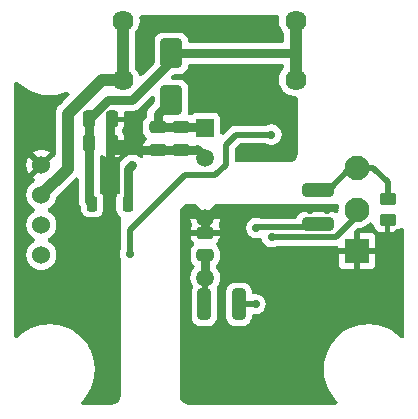
<source format=gbl>
G04 #@! TF.GenerationSoftware,KiCad,Pcbnew,8.0.7*
G04 #@! TF.CreationDate,2025-01-24T14:26:26+01:00*
G04 #@! TF.ProjectId,STM32F4_GateSignalGenerator_GateDriver,53544d33-3246-4345-9f47-617465536967,rev?*
G04 #@! TF.SameCoordinates,Original*
G04 #@! TF.FileFunction,Copper,L2,Bot*
G04 #@! TF.FilePolarity,Positive*
%FSLAX46Y46*%
G04 Gerber Fmt 4.6, Leading zero omitted, Abs format (unit mm)*
G04 Created by KiCad (PCBNEW 8.0.7) date 2025-01-24 14:26:26*
%MOMM*%
%LPD*%
G01*
G04 APERTURE LIST*
G04 Aperture macros list*
%AMRoundRect*
0 Rectangle with rounded corners*
0 $1 Rounding radius*
0 $2 $3 $4 $5 $6 $7 $8 $9 X,Y pos of 4 corners*
0 Add a 4 corners polygon primitive as box body*
4,1,4,$2,$3,$4,$5,$6,$7,$8,$9,$2,$3,0*
0 Add four circle primitives for the rounded corners*
1,1,$1+$1,$2,$3*
1,1,$1+$1,$4,$5*
1,1,$1+$1,$6,$7*
1,1,$1+$1,$8,$9*
0 Add four rect primitives between the rounded corners*
20,1,$1+$1,$2,$3,$4,$5,0*
20,1,$1+$1,$4,$5,$6,$7,0*
20,1,$1+$1,$6,$7,$8,$9,0*
20,1,$1+$1,$8,$9,$2,$3,0*%
%AMFreePoly0*
4,1,9,3.862500,-0.866500,0.737500,-0.866500,0.737500,-0.450000,-0.737500,-0.450000,-0.737500,0.450000,0.737500,0.450000,0.737500,0.866500,3.862500,0.866500,3.862500,-0.866500,3.862500,-0.866500,$1*%
G04 Aperture macros list end*
G04 #@! TA.AperFunction,ComponentPad*
%ADD10C,1.785000*%
G04 #@! TD*
G04 #@! TA.AperFunction,ComponentPad*
%ADD11R,1.500000X1.500000*%
G04 #@! TD*
G04 #@! TA.AperFunction,ComponentPad*
%ADD12C,1.500000*%
G04 #@! TD*
G04 #@! TA.AperFunction,ComponentPad*
%ADD13C,1.524000*%
G04 #@! TD*
G04 #@! TA.AperFunction,ComponentPad*
%ADD14R,2.100000X2.100000*%
G04 #@! TD*
G04 #@! TA.AperFunction,ComponentPad*
%ADD15C,2.100000*%
G04 #@! TD*
G04 #@! TA.AperFunction,SMDPad,CuDef*
%ADD16RoundRect,0.250000X1.075000X-0.312500X1.075000X0.312500X-1.075000X0.312500X-1.075000X-0.312500X0*%
G04 #@! TD*
G04 #@! TA.AperFunction,SMDPad,CuDef*
%ADD17RoundRect,0.250000X-0.475000X0.250000X-0.475000X-0.250000X0.475000X-0.250000X0.475000X0.250000X0*%
G04 #@! TD*
G04 #@! TA.AperFunction,SMDPad,CuDef*
%ADD18RoundRect,0.250000X-0.450000X0.262500X-0.450000X-0.262500X0.450000X-0.262500X0.450000X0.262500X0*%
G04 #@! TD*
G04 #@! TA.AperFunction,SMDPad,CuDef*
%ADD19RoundRect,0.250000X0.475000X-0.250000X0.475000X0.250000X-0.475000X0.250000X-0.475000X-0.250000X0*%
G04 #@! TD*
G04 #@! TA.AperFunction,SMDPad,CuDef*
%ADD20RoundRect,0.250000X0.650000X-1.000000X0.650000X1.000000X-0.650000X1.000000X-0.650000X-1.000000X0*%
G04 #@! TD*
G04 #@! TA.AperFunction,SMDPad,CuDef*
%ADD21RoundRect,0.250000X-0.250000X-0.475000X0.250000X-0.475000X0.250000X0.475000X-0.250000X0.475000X0*%
G04 #@! TD*
G04 #@! TA.AperFunction,SMDPad,CuDef*
%ADD22RoundRect,0.250000X0.312500X1.075000X-0.312500X1.075000X-0.312500X-1.075000X0.312500X-1.075000X0*%
G04 #@! TD*
G04 #@! TA.AperFunction,SMDPad,CuDef*
%ADD23RoundRect,0.225000X0.225000X-0.425000X0.225000X0.425000X-0.225000X0.425000X-0.225000X-0.425000X0*%
G04 #@! TD*
G04 #@! TA.AperFunction,SMDPad,CuDef*
%ADD24FreePoly0,90.000000*%
G04 #@! TD*
G04 #@! TA.AperFunction,ViaPad*
%ADD25C,0.700000*%
G04 #@! TD*
G04 #@! TA.AperFunction,Conductor*
%ADD26C,0.750000*%
G04 #@! TD*
G04 #@! TA.AperFunction,Conductor*
%ADD27C,1.000000*%
G04 #@! TD*
G04 #@! TA.AperFunction,Conductor*
%ADD28C,0.500000*%
G04 #@! TD*
G04 APERTURE END LIST*
D10*
X127700000Y-99000000D03*
X127700000Y-94000000D03*
D11*
X134659700Y-103062500D03*
D12*
X134659700Y-105602500D03*
X134659700Y-110682500D03*
X134659700Y-115762500D03*
D10*
X142300000Y-99000000D03*
X142300000Y-94000000D03*
D13*
X120775000Y-113830000D03*
X120775000Y-111290000D03*
X120775000Y-108750000D03*
X120775000Y-106210000D03*
D14*
X147500000Y-113500000D03*
D15*
X147500000Y-110000000D03*
X147500000Y-106500000D03*
D16*
X144230000Y-111232500D03*
X144230000Y-108307500D03*
D17*
X130627800Y-103038600D03*
X130627800Y-104938600D03*
D18*
X150090000Y-109057500D03*
X150090000Y-110882500D03*
D19*
X134660000Y-113850000D03*
X134660000Y-111950000D03*
D20*
X131800000Y-100750000D03*
X131800000Y-96750000D03*
D21*
X124840000Y-104320000D03*
X126740000Y-104320000D03*
D19*
X132580000Y-104930000D03*
X132580000Y-103030000D03*
D21*
X124850000Y-102360000D03*
X126750000Y-102360000D03*
D22*
X137512500Y-118000000D03*
X134587500Y-118000000D03*
D23*
X128092500Y-109500000D03*
D24*
X126592500Y-109412500D03*
D23*
X125092500Y-109500000D03*
D25*
X133000000Y-116000000D03*
X145000000Y-126000000D03*
X139000000Y-126000000D03*
X147671896Y-119200000D03*
X136500000Y-110500000D03*
X145065352Y-120704889D03*
X133000000Y-121000000D03*
X140500000Y-115500000D03*
X149500000Y-113500000D03*
X141000000Y-118000000D03*
X133000000Y-125000000D03*
X146235948Y-119722642D03*
X141000000Y-126000000D03*
X133000000Y-120000000D03*
X151000000Y-117000000D03*
X151000000Y-120000000D03*
X133000000Y-115000000D03*
X133000000Y-123000000D03*
X136000000Y-126000000D03*
X144000000Y-126000000D03*
X151000000Y-114000000D03*
X133000000Y-124000000D03*
X151000000Y-116000000D03*
X143500000Y-113500000D03*
X133000000Y-117000000D03*
X145500000Y-113500000D03*
X137000000Y-126000000D03*
X143500000Y-110000000D03*
X144035948Y-123533154D03*
X151000000Y-119000000D03*
X133000000Y-118000000D03*
X140000000Y-126000000D03*
X133000000Y-112000000D03*
X144301300Y-122028265D03*
X143000000Y-126000000D03*
X138000000Y-126000000D03*
X151000000Y-115000000D03*
X133000000Y-110500000D03*
X133000000Y-122000000D03*
X151000000Y-112000000D03*
X133000000Y-114000000D03*
X144301300Y-125038043D03*
X145500000Y-115500000D03*
X151000000Y-113000000D03*
X133000000Y-113000000D03*
X145000000Y-110000000D03*
X135000000Y-126000000D03*
X133000000Y-119000000D03*
X151000000Y-118000000D03*
X142000000Y-126000000D03*
X134000000Y-126000000D03*
X149200000Y-119200000D03*
X145500000Y-118000000D03*
X133000000Y-126000000D03*
X136500000Y-114000000D03*
X137000000Y-99500000D03*
X119000000Y-101000000D03*
X127000000Y-125000000D03*
X119000000Y-109000000D03*
X119000000Y-103000000D03*
X124870596Y-120682247D03*
X119000000Y-113000000D03*
X127000000Y-120000000D03*
X136800000Y-102300000D03*
X127000000Y-117000000D03*
X119000000Y-100000000D03*
X139000000Y-94000000D03*
X119000000Y-115000000D03*
X132000000Y-94000000D03*
X120735948Y-119177358D03*
X120735948Y-100833154D03*
X127000000Y-118000000D03*
X125900000Y-123510512D03*
X119000000Y-111000000D03*
X134000000Y-94000000D03*
X119000000Y-118000000D03*
X119000000Y-102000000D03*
X125634648Y-125015401D03*
X125000000Y-126000000D03*
X119000000Y-105000000D03*
X136000000Y-94000000D03*
X119000000Y-107000000D03*
X127000000Y-119000000D03*
X119000000Y-104000000D03*
X138000000Y-94000000D03*
X119000000Y-117000000D03*
X119000000Y-108000000D03*
X127000000Y-123000000D03*
X122264052Y-100833154D03*
X119000000Y-116000000D03*
X137000000Y-94000000D03*
X138500000Y-99500000D03*
X127000000Y-124000000D03*
X131000000Y-94000000D03*
X135500000Y-99500000D03*
X119000000Y-110000000D03*
X140000000Y-94000000D03*
X126000000Y-126000000D03*
X134000000Y-99500000D03*
X119000000Y-114000000D03*
X135000000Y-94000000D03*
X125634648Y-122005623D03*
X137900000Y-102300000D03*
X123700000Y-119700000D03*
X119000000Y-112000000D03*
X119000000Y-106000000D03*
X127000000Y-122000000D03*
X119000000Y-120000000D03*
X119000000Y-119000000D03*
X133000000Y-94000000D03*
X122000000Y-110000000D03*
X142000000Y-101000000D03*
X127000000Y-116000000D03*
X122000000Y-115000000D03*
X127000000Y-126000000D03*
X127000000Y-115000000D03*
X127000000Y-121000000D03*
X122264052Y-119177358D03*
X128480000Y-106200000D03*
X140270000Y-112300000D03*
X138995000Y-111535000D03*
X138920000Y-118000000D03*
X140260000Y-103640000D03*
X128280000Y-113710000D03*
D26*
X124840000Y-109247500D02*
X125092500Y-109500000D01*
D27*
X142300000Y-96800000D02*
X142300000Y-98700000D01*
D26*
X124850000Y-102360000D02*
X124850000Y-104310000D01*
X131800000Y-96750000D02*
X142250000Y-96750000D01*
D27*
X142300000Y-93700000D02*
X142300000Y-96800000D01*
D26*
X124840000Y-104320000D02*
X124840000Y-109247500D01*
X124850000Y-104310000D02*
X124840000Y-104320000D01*
X131800000Y-97420000D02*
X128470000Y-100750000D01*
X131800000Y-97370000D02*
X131800000Y-96750000D01*
X131800000Y-96750000D02*
X131800000Y-97420000D01*
X126460000Y-100750000D02*
X124850000Y-102360000D01*
X142250000Y-96750000D02*
X142300000Y-96800000D01*
X128470000Y-100750000D02*
X126460000Y-100750000D01*
X136369900Y-110369900D02*
X134659700Y-110369900D01*
X134660000Y-110370200D02*
X134659700Y-110369900D01*
X133000000Y-110500000D02*
X133130100Y-110369900D01*
X134660000Y-111950000D02*
X134660000Y-110370200D01*
X136500000Y-110500000D02*
X136369900Y-110369900D01*
X134659700Y-110369900D02*
X133130100Y-110369900D01*
D28*
X134659700Y-117927800D02*
X134587500Y-118000000D01*
X134659700Y-115762500D02*
X134659700Y-117927800D01*
D26*
X134660000Y-115762200D02*
X134659700Y-115762500D01*
X134660000Y-113850000D02*
X134660000Y-115762200D01*
X132580000Y-104930000D02*
X133987200Y-104930000D01*
X130627800Y-104938600D02*
X132571400Y-104938600D01*
X132571400Y-104938600D02*
X132580000Y-104930000D01*
X134659700Y-105602500D02*
X133957200Y-104900000D01*
X130627800Y-104938600D02*
X126631400Y-104938600D01*
X126631400Y-104938600D02*
X126630000Y-104940000D01*
X126592500Y-102517500D02*
X126750000Y-102360000D01*
X126592500Y-109412500D02*
X126592500Y-102517500D01*
X128092500Y-106587500D02*
X128480000Y-106200000D01*
D28*
X128430000Y-106250000D02*
X128480000Y-106200000D01*
D26*
X128092500Y-109500000D02*
X128092500Y-106587500D01*
D28*
X147500000Y-110500000D02*
X147500000Y-110000000D01*
X140270000Y-112300000D02*
X145700000Y-112300000D01*
X145700000Y-112300000D02*
X147500000Y-110500000D01*
X144230000Y-111232500D02*
X143962500Y-111500000D01*
X139030000Y-111500000D02*
X138995000Y-111535000D01*
X143962500Y-111500000D02*
X139030000Y-111500000D01*
X145142500Y-108307500D02*
X146950000Y-106500000D01*
X150090000Y-107690000D02*
X150090000Y-109057500D01*
X148900000Y-106500000D02*
X150090000Y-107690000D01*
X147500000Y-106500000D02*
X148900000Y-106500000D01*
X144230000Y-108307500D02*
X145142500Y-108307500D01*
X146950000Y-106500000D02*
X147500000Y-106500000D01*
X137512500Y-118000000D02*
X138920000Y-118000000D01*
X136400000Y-104500000D02*
X137260000Y-103640000D01*
X135500000Y-107100000D02*
X136400000Y-106200000D01*
X137260000Y-103640000D02*
X140260000Y-103640000D01*
X136400000Y-106200000D02*
X136400000Y-104500000D01*
X132940000Y-107100000D02*
X135500000Y-107100000D01*
X128280000Y-113710000D02*
X128280000Y-111760000D01*
X128280000Y-111760000D02*
X132940000Y-107100000D01*
D27*
X125880000Y-99000000D02*
X123010000Y-101870000D01*
X127700000Y-99000000D02*
X125880000Y-99000000D01*
X127700000Y-94000000D02*
X127700000Y-99000000D01*
X123010000Y-101870000D02*
X123010000Y-106515000D01*
X123010000Y-106515000D02*
X120775000Y-108750000D01*
D26*
X130627800Y-101922200D02*
X131800000Y-100750000D01*
X134627200Y-103030000D02*
X134659700Y-103062500D01*
X130627800Y-103038600D02*
X130627800Y-101922200D01*
X132580000Y-103030000D02*
X134627200Y-103030000D01*
X130627800Y-103038600D02*
X132571400Y-103038600D01*
X132571400Y-103038600D02*
X132580000Y-103030000D01*
G04 #@! TA.AperFunction,Conductor*
G36*
X133871697Y-109538006D02*
G01*
X133892205Y-109566232D01*
X133894596Y-109563842D01*
X134527016Y-110196262D01*
X134376473Y-110258620D01*
X134235820Y-110399273D01*
X134173463Y-110549816D01*
X133616715Y-109993068D01*
X133544749Y-110097331D01*
X133544749Y-110097332D01*
X133437110Y-110381153D01*
X133437108Y-110381158D01*
X133400519Y-110682500D01*
X133437108Y-110983841D01*
X133437110Y-110983846D01*
X133521526Y-111206434D01*
X133527468Y-111329279D01*
X133514238Y-111364399D01*
X133456240Y-111483037D01*
X133456239Y-111483038D01*
X133435000Y-111628824D01*
X133435000Y-111700000D01*
X135885000Y-111700000D01*
X135885000Y-111628824D01*
X135863760Y-111483041D01*
X135863759Y-111483037D01*
X135805423Y-111363710D01*
X135788193Y-111241934D01*
X135798134Y-111205742D01*
X135882290Y-110983842D01*
X135882291Y-110983841D01*
X135918880Y-110682500D01*
X135882291Y-110381158D01*
X135882289Y-110381153D01*
X135774651Y-110097333D01*
X135774646Y-110097324D01*
X135702683Y-109993068D01*
X135145936Y-110549815D01*
X135083580Y-110399273D01*
X134942927Y-110258620D01*
X134792381Y-110196262D01*
X135424803Y-109563842D01*
X135428472Y-109567511D01*
X135475387Y-109521153D01*
X135564671Y-109500000D01*
X145773345Y-109500000D01*
X145890314Y-109538006D01*
X145962605Y-109637506D01*
X145971093Y-109721275D01*
X145958028Y-109837240D01*
X145939689Y-110000000D01*
X145946180Y-110057610D01*
X145921509Y-110178099D01*
X145830729Y-110261075D01*
X145708513Y-110274845D01*
X145661032Y-110258670D01*
X145522111Y-110190756D01*
X145522105Y-110190754D01*
X145413324Y-110174905D01*
X145376222Y-110169500D01*
X143083778Y-110169500D01*
X143050861Y-110174295D01*
X142937894Y-110190754D01*
X142937891Y-110190755D01*
X142712873Y-110300760D01*
X142712871Y-110300761D01*
X142535761Y-110477871D01*
X142535760Y-110477873D01*
X142457528Y-110637900D01*
X142372011Y-110726292D01*
X142278748Y-110749500D01*
X139374534Y-110749500D01*
X139284190Y-110727810D01*
X139261096Y-110716043D01*
X138995001Y-110673898D01*
X138994999Y-110673898D01*
X138728908Y-110716042D01*
X138728901Y-110716044D01*
X138488856Y-110838353D01*
X138298353Y-111028856D01*
X138176044Y-111268901D01*
X138176042Y-111268908D01*
X138133898Y-111534999D01*
X138133898Y-111535000D01*
X138176042Y-111801091D01*
X138176044Y-111801098D01*
X138298353Y-112041143D01*
X138488856Y-112231646D01*
X138728901Y-112353955D01*
X138728905Y-112353957D01*
X138894409Y-112380170D01*
X138994999Y-112396102D01*
X138995000Y-112396102D01*
X138995001Y-112396102D01*
X139112539Y-112377485D01*
X139217068Y-112360930D01*
X139338542Y-112380170D01*
X139425508Y-112467136D01*
X139444748Y-112526350D01*
X139451042Y-112566091D01*
X139451044Y-112566098D01*
X139573353Y-112806143D01*
X139763856Y-112996646D01*
X140003901Y-113118955D01*
X140003905Y-113118957D01*
X140203476Y-113150565D01*
X140269999Y-113161102D01*
X140270000Y-113161102D01*
X140270001Y-113161102D01*
X140323219Y-113152673D01*
X140536095Y-113118957D01*
X140627880Y-113072189D01*
X140718224Y-113050500D01*
X145751000Y-113050500D01*
X145867969Y-113088506D01*
X145940260Y-113188006D01*
X145950000Y-113249500D01*
X145950000Y-113250000D01*
X146894057Y-113250000D01*
X146850000Y-113414426D01*
X146850000Y-113585574D01*
X146894057Y-113750000D01*
X145950000Y-113750000D01*
X145950000Y-114599247D01*
X145979010Y-114745090D01*
X145979010Y-114745091D01*
X146089519Y-114910479D01*
X146089520Y-114910480D01*
X146254908Y-115020989D01*
X146400753Y-115050000D01*
X147250000Y-115050000D01*
X147250000Y-114105942D01*
X147414426Y-114150000D01*
X147585574Y-114150000D01*
X147750000Y-114105942D01*
X147750000Y-115050000D01*
X148599247Y-115050000D01*
X148745090Y-115020989D01*
X148745091Y-115020989D01*
X148910479Y-114910480D01*
X148910480Y-114910479D01*
X149020989Y-114745091D01*
X149020989Y-114745090D01*
X149050000Y-114599247D01*
X149050000Y-113750000D01*
X148105943Y-113750000D01*
X148150000Y-113585574D01*
X148150000Y-113414426D01*
X148105943Y-113250000D01*
X149050000Y-113250000D01*
X149050000Y-112400752D01*
X149020989Y-112254909D01*
X149020989Y-112254908D01*
X148910480Y-112089520D01*
X148910479Y-112089519D01*
X148745091Y-111979010D01*
X148599247Y-111950000D01*
X147750000Y-111950000D01*
X147750000Y-112894057D01*
X147585574Y-112850000D01*
X147414426Y-112850000D01*
X147250000Y-112894057D01*
X147250000Y-111893794D01*
X147288006Y-111776825D01*
X147308278Y-111753087D01*
X147451954Y-111609411D01*
X147561534Y-111553578D01*
X147570354Y-111552383D01*
X147847202Y-111521191D01*
X148176994Y-111405792D01*
X148472838Y-111219900D01*
X148556970Y-111135768D01*
X148666553Y-111079931D01*
X148788028Y-111099170D01*
X148874995Y-111186136D01*
X148894606Y-111247791D01*
X148911239Y-111361957D01*
X149021175Y-111586834D01*
X149198165Y-111763824D01*
X149423042Y-111873760D01*
X149568824Y-111895000D01*
X149840000Y-111895000D01*
X149840000Y-111081500D01*
X149878006Y-110964531D01*
X149977506Y-110892240D01*
X150039000Y-110882500D01*
X150141000Y-110882500D01*
X150257969Y-110920506D01*
X150330260Y-111020006D01*
X150340000Y-111081500D01*
X150340000Y-111895000D01*
X150611176Y-111895000D01*
X150756957Y-111873760D01*
X150981834Y-111763824D01*
X151160286Y-111585373D01*
X151269870Y-111529537D01*
X151391344Y-111548777D01*
X151478310Y-111635743D01*
X151500000Y-111726087D01*
X151500000Y-120659252D01*
X151461994Y-120776221D01*
X151362494Y-120848512D01*
X151239506Y-120848512D01*
X151160286Y-120799966D01*
X150988477Y-120628157D01*
X150988473Y-120628154D01*
X150988471Y-120628152D01*
X150842173Y-120518635D01*
X150554435Y-120303236D01*
X150078579Y-120043399D01*
X150078575Y-120043397D01*
X149570590Y-119853929D01*
X149570588Y-119853928D01*
X149570584Y-119853927D01*
X149188085Y-119770719D01*
X149040797Y-119738679D01*
X148500000Y-119700000D01*
X147959202Y-119738679D01*
X147664624Y-119802760D01*
X147429416Y-119853927D01*
X147429413Y-119853927D01*
X147429413Y-119853928D01*
X147429409Y-119853929D01*
X146921424Y-120043397D01*
X146921420Y-120043399D01*
X146445564Y-120303236D01*
X146011522Y-120628157D01*
X145628157Y-121011522D01*
X145303236Y-121445564D01*
X145043399Y-121921420D01*
X145043397Y-121921424D01*
X144853929Y-122429409D01*
X144853927Y-122429413D01*
X144853927Y-122429416D01*
X144738679Y-122959204D01*
X144700000Y-123500000D01*
X144738679Y-124040796D01*
X144853927Y-124570584D01*
X144853928Y-124570586D01*
X144853929Y-124570590D01*
X145043397Y-125078575D01*
X145043399Y-125078579D01*
X145303236Y-125554435D01*
X145461213Y-125765467D01*
X145628152Y-125988471D01*
X145628154Y-125988473D01*
X145628157Y-125988477D01*
X145799966Y-126160286D01*
X145855802Y-126269870D01*
X145836562Y-126391344D01*
X145749596Y-126478310D01*
X145659252Y-126500000D01*
X133265662Y-126500000D01*
X133234531Y-126497550D01*
X133049365Y-126468222D01*
X132990152Y-126448982D01*
X132837243Y-126371071D01*
X132786873Y-126334475D01*
X132665524Y-126213126D01*
X132628928Y-126162756D01*
X132551016Y-126009844D01*
X132531777Y-125950633D01*
X132502450Y-125765467D01*
X132500000Y-125734337D01*
X132500000Y-115762499D01*
X133400015Y-115762499D01*
X133400015Y-115762500D01*
X133436619Y-116063963D01*
X133436619Y-116063965D01*
X133544301Y-116347900D01*
X133544303Y-116347902D01*
X133544304Y-116347905D01*
X133582027Y-116402556D01*
X133617195Y-116520410D01*
X133597033Y-116603000D01*
X133545755Y-116707892D01*
X133524500Y-116853779D01*
X133524500Y-119146220D01*
X133545754Y-119292105D01*
X133545755Y-119292108D01*
X133655760Y-119517126D01*
X133655761Y-119517128D01*
X133832872Y-119694239D01*
X133923776Y-119738679D01*
X134057891Y-119804244D01*
X134057894Y-119804245D01*
X134203778Y-119825500D01*
X134203780Y-119825500D01*
X134971220Y-119825500D01*
X134971222Y-119825500D01*
X135117106Y-119804245D01*
X135342128Y-119694239D01*
X135519239Y-119517128D01*
X135629245Y-119292106D01*
X135650500Y-119146222D01*
X135650500Y-116853779D01*
X136449500Y-116853779D01*
X136449500Y-119146220D01*
X136470754Y-119292105D01*
X136470755Y-119292108D01*
X136580760Y-119517126D01*
X136580761Y-119517128D01*
X136757872Y-119694239D01*
X136848776Y-119738679D01*
X136982891Y-119804244D01*
X136982894Y-119804245D01*
X137128778Y-119825500D01*
X137128780Y-119825500D01*
X137896220Y-119825500D01*
X137896222Y-119825500D01*
X138042106Y-119804245D01*
X138267128Y-119694239D01*
X138444239Y-119517128D01*
X138554245Y-119292106D01*
X138575500Y-119146222D01*
X138575500Y-119039537D01*
X138613506Y-118922568D01*
X138713006Y-118850277D01*
X138805627Y-118842987D01*
X138920000Y-118861102D01*
X139186095Y-118818957D01*
X139426143Y-118696646D01*
X139616646Y-118506143D01*
X139738957Y-118266095D01*
X139781102Y-118000000D01*
X139738957Y-117733905D01*
X139738955Y-117733901D01*
X139616646Y-117493856D01*
X139426143Y-117303353D01*
X139186098Y-117181044D01*
X139186095Y-117181043D01*
X139186093Y-117181042D01*
X139186091Y-117181042D01*
X138920001Y-117138898D01*
X138919999Y-117138898D01*
X138805630Y-117157012D01*
X138684155Y-117137772D01*
X138597189Y-117050806D01*
X138575500Y-116960462D01*
X138575500Y-116853779D01*
X138554245Y-116707894D01*
X138554244Y-116707891D01*
X138444239Y-116482873D01*
X138444238Y-116482871D01*
X138267128Y-116305761D01*
X138267126Y-116305760D01*
X138042108Y-116195755D01*
X138042105Y-116195754D01*
X137933324Y-116179905D01*
X137896222Y-116174500D01*
X137128778Y-116174500D01*
X137095861Y-116179295D01*
X136982894Y-116195754D01*
X136982891Y-116195755D01*
X136757873Y-116305760D01*
X136757871Y-116305761D01*
X136580761Y-116482871D01*
X136580760Y-116482873D01*
X136470755Y-116707891D01*
X136470754Y-116707894D01*
X136449500Y-116853779D01*
X135650500Y-116853779D01*
X135650500Y-116853778D01*
X135629245Y-116707894D01*
X135629241Y-116707887D01*
X135626029Y-116697490D01*
X135627802Y-116574514D01*
X135652383Y-116525685D01*
X135681935Y-116482872D01*
X135775096Y-116347905D01*
X135791079Y-116305761D01*
X135882780Y-116063965D01*
X135882780Y-116063964D01*
X135882781Y-116063962D01*
X135919385Y-115762500D01*
X135882781Y-115461038D01*
X135882780Y-115461035D01*
X135882780Y-115461034D01*
X135775098Y-115177099D01*
X135775097Y-115177097D01*
X135775096Y-115177095D01*
X135602588Y-114927174D01*
X135602587Y-114927173D01*
X135601487Y-114925579D01*
X135566319Y-114807725D01*
X135607140Y-114691709D01*
X135624547Y-114671820D01*
X135624902Y-114671465D01*
X135754239Y-114542128D01*
X135864245Y-114317106D01*
X135885500Y-114171222D01*
X135885500Y-113528778D01*
X135864245Y-113382894D01*
X135754239Y-113157872D01*
X135636727Y-113040360D01*
X135580891Y-112930776D01*
X135600131Y-112809302D01*
X135636727Y-112758932D01*
X135753824Y-112641834D01*
X135863760Y-112416957D01*
X135885000Y-112271175D01*
X135885000Y-112200000D01*
X133435000Y-112200000D01*
X133435000Y-112271175D01*
X133456239Y-112416957D01*
X133566175Y-112641834D01*
X133683272Y-112758931D01*
X133739108Y-112868515D01*
X133719868Y-112989989D01*
X133683273Y-113040358D01*
X133565761Y-113157870D01*
X133565760Y-113157873D01*
X133455755Y-113382891D01*
X133455754Y-113382894D01*
X133434500Y-113528779D01*
X133434500Y-114171220D01*
X133455754Y-114317105D01*
X133455755Y-114317108D01*
X133565759Y-114542125D01*
X133565760Y-114542126D01*
X133565761Y-114542128D01*
X133695098Y-114671465D01*
X133750933Y-114781049D01*
X133731693Y-114902524D01*
X133718157Y-114925223D01*
X133544306Y-115177090D01*
X133544301Y-115177099D01*
X133436619Y-115461034D01*
X133436619Y-115461036D01*
X133400015Y-115762499D01*
X132500000Y-115762499D01*
X132500000Y-110265662D01*
X132502450Y-110234532D01*
X132509383Y-110190756D01*
X132531778Y-110049362D01*
X132551015Y-109990157D01*
X132628929Y-109837240D01*
X132665521Y-109786876D01*
X132786876Y-109665521D01*
X132837240Y-109628929D01*
X132990157Y-109551015D01*
X133049362Y-109531778D01*
X133211383Y-109506116D01*
X133234532Y-109502450D01*
X133265662Y-109500000D01*
X133754728Y-109500000D01*
X133871697Y-109538006D01*
G37*
G04 #@! TD.AperFunction*
G04 #@! TA.AperFunction,Conductor*
G36*
X118839714Y-99200034D02*
G01*
X119011522Y-99371842D01*
X119011525Y-99371844D01*
X119011529Y-99371848D01*
X119226657Y-99532891D01*
X119445564Y-99696763D01*
X119731756Y-99853035D01*
X119921423Y-99956602D01*
X120429416Y-100146073D01*
X120959204Y-100261321D01*
X121500000Y-100300000D01*
X122040796Y-100261321D01*
X122570584Y-100146073D01*
X122907096Y-100020560D01*
X123029968Y-100015294D01*
X123132473Y-100083257D01*
X123175453Y-100198491D01*
X123142492Y-100316981D01*
X123117350Y-100347728D01*
X122209398Y-101255680D01*
X122077683Y-101483819D01*
X122070903Y-101509125D01*
X122070902Y-101509127D01*
X122009501Y-101738276D01*
X122009500Y-101738284D01*
X122009500Y-105310659D01*
X121971494Y-105427628D01*
X121871994Y-105499919D01*
X121834415Y-105504136D01*
X121267359Y-106071193D01*
X121205661Y-105922241D01*
X121062759Y-105779339D01*
X120913806Y-105717640D01*
X121477826Y-105153618D01*
X121225794Y-105021341D01*
X120928237Y-104948000D01*
X120621762Y-104948000D01*
X120324205Y-105021341D01*
X120324204Y-105021341D01*
X120072172Y-105153618D01*
X120636194Y-105717640D01*
X120487241Y-105779339D01*
X120344339Y-105922241D01*
X120282640Y-106071194D01*
X119723388Y-105511942D01*
X119649349Y-105619207D01*
X119649344Y-105619216D01*
X119540672Y-105905761D01*
X119540672Y-105905763D01*
X119503731Y-106210000D01*
X119540672Y-106514236D01*
X119540672Y-106514238D01*
X119649345Y-106800785D01*
X119649347Y-106800789D01*
X119723388Y-106908055D01*
X120282640Y-106348805D01*
X120344339Y-106497759D01*
X120487241Y-106640661D01*
X120636193Y-106702359D01*
X120072172Y-107266379D01*
X120072172Y-107266382D01*
X120142917Y-107303512D01*
X120228826Y-107391522D01*
X120246596Y-107513221D01*
X120189440Y-107622122D01*
X120142918Y-107655922D01*
X120052554Y-107703348D01*
X120052550Y-107703351D01*
X119823065Y-107906657D01*
X119648899Y-108158980D01*
X119540182Y-108445643D01*
X119503227Y-108749999D01*
X119503227Y-108750000D01*
X119540182Y-109054356D01*
X119648899Y-109341019D01*
X119648900Y-109341021D01*
X119648901Y-109341022D01*
X119823064Y-109593341D01*
X120052551Y-109796649D01*
X120120536Y-109832330D01*
X120142379Y-109843794D01*
X120228288Y-109931805D01*
X120246059Y-110053503D01*
X120188903Y-110162404D01*
X120142379Y-110196206D01*
X120052551Y-110243351D01*
X120052550Y-110243351D01*
X119823065Y-110446657D01*
X119648899Y-110698980D01*
X119540182Y-110985643D01*
X119503227Y-111289999D01*
X119503227Y-111290000D01*
X119540182Y-111594356D01*
X119648899Y-111881019D01*
X119648900Y-111881021D01*
X119648901Y-111881022D01*
X119823064Y-112133341D01*
X120052551Y-112336649D01*
X120085529Y-112353957D01*
X120142379Y-112383794D01*
X120228288Y-112471805D01*
X120246059Y-112593503D01*
X120188903Y-112702404D01*
X120142379Y-112736206D01*
X120052551Y-112783351D01*
X120052550Y-112783351D01*
X119823065Y-112986657D01*
X119648899Y-113238980D01*
X119540182Y-113525643D01*
X119503227Y-113829999D01*
X119503227Y-113830000D01*
X119540182Y-114134356D01*
X119648899Y-114421019D01*
X119648900Y-114421021D01*
X119648901Y-114421022D01*
X119732494Y-114542128D01*
X119823065Y-114673342D01*
X119897842Y-114739589D01*
X120052551Y-114876649D01*
X120148819Y-114927174D01*
X120324025Y-115019129D01*
X120520655Y-115067593D01*
X120621705Y-115092500D01*
X120621706Y-115092500D01*
X120928294Y-115092500D01*
X120928295Y-115092500D01*
X121225973Y-115019129D01*
X121225974Y-115019129D01*
X121225974Y-115019128D01*
X121225977Y-115019128D01*
X121497449Y-114876649D01*
X121726936Y-114673341D01*
X121901099Y-114421022D01*
X122009818Y-114134355D01*
X122046773Y-113830000D01*
X122009818Y-113525645D01*
X121901099Y-113238978D01*
X121726936Y-112986659D01*
X121497449Y-112783351D01*
X121407620Y-112736205D01*
X121321711Y-112648196D01*
X121303940Y-112526498D01*
X121361096Y-112417597D01*
X121407621Y-112383794D01*
X121497449Y-112336649D01*
X121726936Y-112133341D01*
X121901099Y-111881022D01*
X122009818Y-111594355D01*
X122046773Y-111290000D01*
X122009818Y-110985645D01*
X121901099Y-110698978D01*
X121726936Y-110446659D01*
X121497449Y-110243351D01*
X121407620Y-110196205D01*
X121321711Y-110108196D01*
X121303940Y-109986498D01*
X121361096Y-109877597D01*
X121407621Y-109843794D01*
X121429460Y-109832332D01*
X121497449Y-109796649D01*
X121726936Y-109593341D01*
X121901099Y-109341022D01*
X122009818Y-109054355D01*
X122018712Y-108981101D01*
X122070536Y-108869567D01*
X122075518Y-108864401D01*
X123624787Y-107315133D01*
X123734370Y-107259298D01*
X123855844Y-107278538D01*
X123942810Y-107365504D01*
X123964500Y-107455848D01*
X123964500Y-109120026D01*
X123964499Y-109120044D01*
X123964499Y-109362764D01*
X124002525Y-109504674D01*
X124024164Y-109585430D01*
X124024165Y-109585434D01*
X124115339Y-109743352D01*
X124142000Y-109842851D01*
X124142000Y-109993853D01*
X124162545Y-110134871D01*
X124162546Y-110134875D01*
X124189864Y-110190755D01*
X124268888Y-110352401D01*
X124440099Y-110523612D01*
X124657626Y-110629954D01*
X124657625Y-110629954D01*
X124675558Y-110632566D01*
X124798645Y-110650500D01*
X125386354Y-110650499D01*
X125527374Y-110629954D01*
X125744901Y-110523612D01*
X125916112Y-110352401D01*
X126022454Y-110134874D01*
X126043000Y-109993855D01*
X126042999Y-109006146D01*
X126022454Y-108865126D01*
X125916112Y-108647599D01*
X125773786Y-108505273D01*
X125717950Y-108395689D01*
X125715500Y-108364559D01*
X125715500Y-105561587D01*
X125753506Y-105444618D01*
X125853006Y-105372327D01*
X125975994Y-105372327D01*
X126032719Y-105407088D01*
X126034749Y-105404245D01*
X126048165Y-105413824D01*
X126273042Y-105523760D01*
X126418824Y-105545000D01*
X126490000Y-105545000D01*
X126990000Y-105545000D01*
X127061176Y-105545000D01*
X127206957Y-105523760D01*
X127431834Y-105413824D01*
X127608824Y-105236834D01*
X127718760Y-105011957D01*
X127740000Y-104866175D01*
X127740000Y-104570000D01*
X126990000Y-104570000D01*
X126990000Y-105545000D01*
X126490000Y-105545000D01*
X126490000Y-103733348D01*
X126990000Y-103733348D01*
X126990000Y-104070000D01*
X127740000Y-104070000D01*
X127740000Y-103773824D01*
X127718760Y-103628042D01*
X127625672Y-103437628D01*
X127608443Y-103315852D01*
X127625673Y-103262826D01*
X127728759Y-103051962D01*
X127728760Y-103051958D01*
X127750000Y-102906175D01*
X127750000Y-102610000D01*
X127000000Y-102610000D01*
X127000000Y-103702572D01*
X126990000Y-103733348D01*
X126490000Y-103733348D01*
X126490000Y-102977428D01*
X126500000Y-102946651D01*
X126500000Y-102559000D01*
X126538006Y-102442031D01*
X126637506Y-102369740D01*
X126699000Y-102360000D01*
X126750000Y-102360000D01*
X126750000Y-102309000D01*
X126788006Y-102192031D01*
X126887506Y-102119740D01*
X126949000Y-102110000D01*
X127750000Y-102110000D01*
X127750000Y-101824500D01*
X127788006Y-101707531D01*
X127887506Y-101635240D01*
X127949000Y-101625500D01*
X128342527Y-101625500D01*
X128342543Y-101625501D01*
X128354738Y-101625501D01*
X128585260Y-101625501D01*
X128585262Y-101625501D01*
X128760874Y-101578444D01*
X128807931Y-101565836D01*
X129007570Y-101450575D01*
X129170575Y-101287570D01*
X129170575Y-101287568D01*
X129186954Y-101271190D01*
X129186957Y-101271185D01*
X130059787Y-100398356D01*
X130169370Y-100342521D01*
X130290844Y-100361761D01*
X130377810Y-100448727D01*
X130399500Y-100539071D01*
X130399500Y-100829927D01*
X130361494Y-100946896D01*
X130341214Y-100970641D01*
X129927225Y-101384629D01*
X129927224Y-101384631D01*
X129811964Y-101584267D01*
X129810535Y-101589602D01*
X129810534Y-101589606D01*
X129752299Y-101806934D01*
X129752299Y-102045305D01*
X129714293Y-102162274D01*
X129694014Y-102186019D01*
X129533559Y-102346474D01*
X129423555Y-102571491D01*
X129423554Y-102571494D01*
X129402300Y-102717379D01*
X129402300Y-103359820D01*
X129423554Y-103505705D01*
X129423555Y-103505708D01*
X129533560Y-103730726D01*
X129533561Y-103730728D01*
X129651072Y-103848239D01*
X129706908Y-103957823D01*
X129687668Y-104079297D01*
X129651073Y-104129666D01*
X129533976Y-104246764D01*
X129533975Y-104246765D01*
X129424039Y-104471642D01*
X129402800Y-104617424D01*
X129402800Y-104688600D01*
X131192828Y-104688600D01*
X131204898Y-104682450D01*
X131236028Y-104680000D01*
X132381000Y-104680000D01*
X132497969Y-104718006D01*
X132570260Y-104817506D01*
X132580000Y-104879000D01*
X132580000Y-104981000D01*
X132541994Y-105097969D01*
X132442494Y-105170260D01*
X132381000Y-105180000D01*
X132014972Y-105180000D01*
X132002902Y-105186150D01*
X131971772Y-105188600D01*
X129402800Y-105188600D01*
X129402800Y-105259775D01*
X129422896Y-105397712D01*
X129402151Y-105518939D01*
X129314112Y-105604820D01*
X129192408Y-105622551D01*
X129085261Y-105567116D01*
X129017567Y-105499422D01*
X128817933Y-105384164D01*
X128817928Y-105384162D01*
X128595262Y-105324499D01*
X128364738Y-105324499D01*
X128142071Y-105384162D01*
X128142067Y-105384164D01*
X127942429Y-105499426D01*
X127554932Y-105886923D01*
X127391925Y-106049929D01*
X127391924Y-106049931D01*
X127276664Y-106249566D01*
X127270241Y-106273541D01*
X127270240Y-106273543D01*
X127216999Y-106472234D01*
X127216999Y-106718797D01*
X127217000Y-106718810D01*
X127217000Y-108707698D01*
X127196780Y-108795097D01*
X127162546Y-108865124D01*
X127162545Y-108865125D01*
X127142000Y-109006145D01*
X127142000Y-109993853D01*
X127162545Y-110134871D01*
X127162546Y-110134875D01*
X127268887Y-110352399D01*
X127268888Y-110352401D01*
X127441714Y-110525227D01*
X127497550Y-110634811D01*
X127500000Y-110665941D01*
X127500000Y-113319670D01*
X127478311Y-113410012D01*
X127461044Y-113443901D01*
X127461043Y-113443904D01*
X127461043Y-113443905D01*
X127418898Y-113710000D01*
X127461043Y-113976095D01*
X127478310Y-114009984D01*
X127500000Y-114100327D01*
X127500000Y-125734337D01*
X127497550Y-125765468D01*
X127468222Y-125950634D01*
X127448982Y-126009847D01*
X127371071Y-126162756D01*
X127334475Y-126213126D01*
X127213126Y-126334475D01*
X127162756Y-126371071D01*
X127009847Y-126448982D01*
X126950634Y-126468222D01*
X126765469Y-126497550D01*
X126734338Y-126500000D01*
X124340748Y-126500000D01*
X124223779Y-126461994D01*
X124151488Y-126362494D01*
X124151488Y-126239506D01*
X124200034Y-126160286D01*
X124371842Y-125988477D01*
X124371848Y-125988471D01*
X124696763Y-125554435D01*
X124956602Y-125078577D01*
X125146073Y-124570584D01*
X125261321Y-124040796D01*
X125300000Y-123500000D01*
X125261321Y-122959204D01*
X125146073Y-122429416D01*
X124956602Y-121921423D01*
X124726487Y-121500000D01*
X124696763Y-121445564D01*
X124535517Y-121230165D01*
X124371848Y-121011529D01*
X124371844Y-121011525D01*
X124371842Y-121011522D01*
X123988477Y-120628157D01*
X123988473Y-120628154D01*
X123988471Y-120628152D01*
X123817280Y-120500000D01*
X123554435Y-120303236D01*
X123078579Y-120043399D01*
X123078575Y-120043397D01*
X122570590Y-119853929D01*
X122570588Y-119853928D01*
X122570584Y-119853927D01*
X122188085Y-119770719D01*
X122040797Y-119738679D01*
X121500000Y-119700000D01*
X120959202Y-119738679D01*
X120664624Y-119802760D01*
X120429416Y-119853927D01*
X120429413Y-119853927D01*
X120429413Y-119853928D01*
X120429409Y-119853929D01*
X119921424Y-120043397D01*
X119921420Y-120043399D01*
X119445564Y-120303236D01*
X119011522Y-120628157D01*
X118839714Y-120799966D01*
X118730130Y-120855802D01*
X118608656Y-120836562D01*
X118521690Y-120749596D01*
X118500000Y-120659252D01*
X118500000Y-99340748D01*
X118538006Y-99223779D01*
X118637506Y-99151488D01*
X118760494Y-99151488D01*
X118839714Y-99200034D01*
G37*
G04 #@! TD.AperFunction*
G04 #@! TA.AperFunction,Conductor*
G36*
X141217469Y-97663506D02*
G01*
X141289760Y-97763006D01*
X141299500Y-97824500D01*
X141299500Y-97937765D01*
X141261494Y-98054734D01*
X141249793Y-98069303D01*
X141057500Y-98347885D01*
X141057499Y-98347887D01*
X140937545Y-98664179D01*
X140937544Y-98664184D01*
X140937544Y-98664185D01*
X140896769Y-99000000D01*
X140923940Y-99223779D01*
X140937544Y-99335813D01*
X140937545Y-99335820D01*
X141057499Y-99652112D01*
X141057500Y-99652114D01*
X141249664Y-99930510D01*
X141249667Y-99930514D01*
X141345364Y-100015294D01*
X141502871Y-100154834D01*
X141502873Y-100154836D01*
X141586051Y-100198491D01*
X141802407Y-100312044D01*
X142130859Y-100393000D01*
X142130860Y-100393000D01*
X142301000Y-100393000D01*
X142417969Y-100431006D01*
X142490260Y-100530506D01*
X142500000Y-100592000D01*
X142500000Y-105234337D01*
X142497550Y-105265468D01*
X142468222Y-105450634D01*
X142448982Y-105509847D01*
X142371071Y-105662756D01*
X142334475Y-105713126D01*
X142213126Y-105834475D01*
X142162756Y-105871071D01*
X142009847Y-105948982D01*
X141950634Y-105968222D01*
X141765469Y-105997550D01*
X141734338Y-106000000D01*
X137349500Y-106000000D01*
X137232531Y-105961994D01*
X137160240Y-105862494D01*
X137150500Y-105801000D01*
X137150500Y-104893295D01*
X137188506Y-104776326D01*
X137208786Y-104752581D01*
X137512582Y-104448786D01*
X137622166Y-104392950D01*
X137653296Y-104390500D01*
X139811776Y-104390500D01*
X139902119Y-104412189D01*
X139993905Y-104458957D01*
X140193476Y-104490565D01*
X140259999Y-104501102D01*
X140260000Y-104501102D01*
X140260001Y-104501102D01*
X140313219Y-104492673D01*
X140526095Y-104458957D01*
X140766143Y-104336646D01*
X140956646Y-104146143D01*
X141078957Y-103906095D01*
X141121102Y-103640000D01*
X141078957Y-103373905D01*
X141071780Y-103359820D01*
X140956646Y-103133856D01*
X140766143Y-102943353D01*
X140526098Y-102821044D01*
X140526095Y-102821043D01*
X140526093Y-102821042D01*
X140526091Y-102821042D01*
X140260001Y-102778898D01*
X140259999Y-102778898D01*
X139993908Y-102821042D01*
X139993902Y-102821044D01*
X139902120Y-102867810D01*
X139811776Y-102889500D01*
X137161193Y-102889500D01*
X136970321Y-102940643D01*
X136970318Y-102940644D01*
X136799182Y-103039449D01*
X136249913Y-103588718D01*
X136140329Y-103644554D01*
X136018855Y-103625314D01*
X135931889Y-103538348D01*
X135910199Y-103448007D01*
X135910199Y-102263208D01*
X135910199Y-102263204D01*
X135910198Y-102263203D01*
X135896041Y-102192031D01*
X135881160Y-102117215D01*
X135770540Y-101951660D01*
X135715355Y-101914786D01*
X135604987Y-101841040D01*
X135521834Y-101824500D01*
X135458993Y-101812000D01*
X135458991Y-101812000D01*
X133860404Y-101812000D01*
X133860403Y-101812001D01*
X133714416Y-101841039D01*
X133548858Y-101951661D01*
X133540214Y-101960306D01*
X133430630Y-102016142D01*
X133309156Y-101996902D01*
X133222190Y-101909936D01*
X133200500Y-101819592D01*
X133200500Y-99678779D01*
X133179245Y-99532894D01*
X133179244Y-99532891D01*
X133069239Y-99307873D01*
X133069238Y-99307871D01*
X132892128Y-99130761D01*
X132892126Y-99130760D01*
X132667108Y-99020755D01*
X132667105Y-99020754D01*
X132558324Y-99004905D01*
X132521222Y-98999500D01*
X132521220Y-98999500D01*
X131939072Y-98999500D01*
X131822103Y-98961494D01*
X131749812Y-98861994D01*
X131749812Y-98739006D01*
X131798358Y-98659786D01*
X131899358Y-98558786D01*
X132008942Y-98502950D01*
X132040072Y-98500500D01*
X132521220Y-98500500D01*
X132521222Y-98500500D01*
X132667106Y-98479245D01*
X132892128Y-98369239D01*
X133069239Y-98192128D01*
X133179245Y-97967106D01*
X133200500Y-97821222D01*
X133200500Y-97821219D01*
X133200501Y-97821213D01*
X133201021Y-97814039D01*
X133203832Y-97814242D01*
X133238506Y-97707531D01*
X133338006Y-97635240D01*
X133399500Y-97625500D01*
X141100500Y-97625500D01*
X141217469Y-97663506D01*
G37*
G04 #@! TD.AperFunction*
G04 #@! TA.AperFunction,Conductor*
G36*
X140849824Y-93538006D02*
G01*
X140922115Y-93637506D01*
X140930404Y-93722986D01*
X140896769Y-93999998D01*
X140896769Y-94000000D01*
X140937544Y-94335813D01*
X140937545Y-94335820D01*
X141057499Y-94652112D01*
X141057501Y-94652114D01*
X141256505Y-94940421D01*
X141254481Y-94941817D01*
X141298571Y-95043024D01*
X141299500Y-95062235D01*
X141299500Y-95675500D01*
X141261494Y-95792469D01*
X141161994Y-95864760D01*
X141100500Y-95874500D01*
X133399500Y-95874500D01*
X133282531Y-95836494D01*
X133210240Y-95736994D01*
X133202144Y-95685879D01*
X133201021Y-95685961D01*
X133200501Y-95678786D01*
X133179245Y-95532894D01*
X133179244Y-95532891D01*
X133069239Y-95307873D01*
X133069238Y-95307871D01*
X132892128Y-95130761D01*
X132892126Y-95130760D01*
X132667108Y-95020755D01*
X132667105Y-95020754D01*
X132558324Y-95004905D01*
X132521222Y-94999500D01*
X131078778Y-94999500D01*
X131045861Y-95004295D01*
X130932894Y-95020754D01*
X130932891Y-95020755D01*
X130707873Y-95130760D01*
X130707871Y-95130761D01*
X130530761Y-95307871D01*
X130530760Y-95307873D01*
X130420755Y-95532891D01*
X130420754Y-95532894D01*
X130399500Y-95678779D01*
X130399500Y-97499927D01*
X130361494Y-97616896D01*
X130341214Y-97640641D01*
X129350270Y-98631584D01*
X129240686Y-98687420D01*
X129119212Y-98668180D01*
X129032246Y-98581214D01*
X129023488Y-98561436D01*
X128942501Y-98347889D01*
X128942499Y-98347885D01*
X128743495Y-98059580D01*
X128745516Y-98058184D01*
X128701428Y-97956964D01*
X128700500Y-97937765D01*
X128700500Y-95062235D01*
X128738506Y-94945266D01*
X128750212Y-94930688D01*
X128750330Y-94930516D01*
X128750333Y-94930514D01*
X128942499Y-94652114D01*
X129062456Y-94335815D01*
X129103231Y-94000000D01*
X129069596Y-93722986D01*
X129093226Y-93602289D01*
X129183286Y-93518532D01*
X129267145Y-93500000D01*
X140732855Y-93500000D01*
X140849824Y-93538006D01*
G37*
G04 #@! TD.AperFunction*
M02*

</source>
